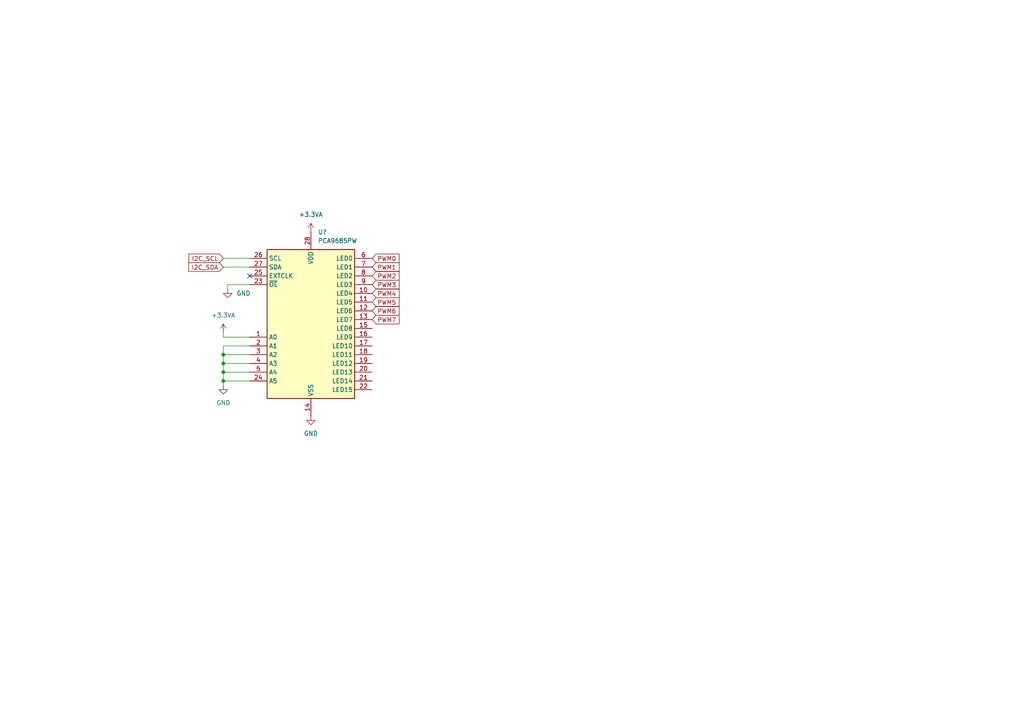
<source format=kicad_sch>
(kicad_sch (version 20211123) (generator eeschema)
  (paper "A4")
  (lib_symbols
    (symbol "Driver_LED:PCA9685PW"
      (property "Reference" "U" (at -12.7 22.225 0))
      (property "Value" "PCA9685PW" (at 1.27 22.225 0))
      (symbol "PCA9685PW_0_1"
        (rectangle (start -12.7 20.32) (end 12.7 -22.86) (stroke (width 0.254)) (fill (type background)))
      )
      (symbol "PCA9685PW_1_1"
        (pin input line (at -17.78 -5.08 0) (length 5.08) (name "A0") (number "1"))
        (pin output line (at 17.78 7.62 180) (length 5.08) (name "LED4") (number "10"))
        (pin output line (at 17.78 5.08 180) (length 5.08) (name "LED5") (number "11"))
        (pin output line (at 17.78 2.54 180) (length 5.08) (name "LED6") (number "12"))
        (pin output line (at 17.78 0 180) (length 5.08) (name "LED7") (number "13"))
        (pin power_in line (at 0 -27.94 90) (length 5.08) (name "VSS") (number "14"))
        (pin output line (at 17.78 -2.54 180) (length 5.08) (name "LED8") (number "15"))
        (pin output line (at 17.78 -5.08 180) (length 5.08) (name "LED9") (number "16"))
        (pin output line (at 17.78 -7.62 180) (length 5.08) (name "LED10") (number "17"))
        (pin output line (at 17.78 -10.16 180) (length 5.08) (name "LED11") (number "18"))
        (pin output line (at 17.78 -12.7 180) (length 5.08) (name "LED12") (number "19"))
        (pin input line (at -17.78 -7.62 0) (length 5.08) (name "A1") (number "2"))
        (pin output line (at 17.78 -15.24 180) (length 5.08) (name "LED13") (number "20"))
        (pin output line (at 17.78 -17.78 180) (length 5.08) (name "LED14") (number "21"))
        (pin output line (at 17.78 -20.32 180) (length 5.08) (name "LED15") (number "22"))
        (pin input line (at -17.78 10.16 0) (length 5.08) (name "~{OE}") (number "23"))
        (pin input line (at -17.78 -17.78 0) (length 5.08) (name "A5") (number "24"))
        (pin input line (at -17.78 12.7 0) (length 5.08) (name "EXTCLK") (number "25"))
        (pin input line (at -17.78 17.78 0) (length 5.08) (name "SCL") (number "26"))
        (pin bidirectional line (at -17.78 15.24 0) (length 5.08) (name "SDA") (number "27"))
        (pin power_in line (at 0 25.4 270) (length 5.08) (name "VDD") (number "28"))
        (pin input line (at -17.78 -10.16 0) (length 5.08) (name "A2") (number "3"))
        (pin input line (at -17.78 -12.7 0) (length 5.08) (name "A3") (number "4"))
        (pin input line (at -17.78 -15.24 0) (length 5.08) (name "A4") (number "5"))
        (pin output line (at 17.78 17.78 180) (length 5.08) (name "LED0") (number "6"))
        (pin output line (at 17.78 15.24 180) (length 5.08) (name "LED1") (number "7"))
        (pin output line (at 17.78 12.7 180) (length 5.08) (name "LED2") (number "8"))
        (pin output line (at 17.78 10.16 180) (length 5.08) (name "LED3") (number "9"))
      )
    )
    (symbol "power:+3.3VA" (power) (pin_names (offset 0))
      (property "Value" "+3.3VA" (at 0 3.556 0))
      (symbol "+3.3VA_0_1"
        (polyline (pts (xy -0.762 1.27) (xy 0 2.54)))
        (polyline (pts (xy 0 0) (xy 0 2.54)))
        (polyline (pts (xy 0 2.54) (xy 0.762 1.27)))
      )
      (symbol "+3.3VA_1_1"
        (pin power_in line (at 0 0 90) (length 0) hide (name "+3.3VA") (number "1"))
      )
    )
    (symbol "power:GND" (power) (pin_names (offset 0))
      (property "Value" "GND" (at 0 -3.81 0))
      (symbol "GND_0_1"
        (polyline (pts (xy 0 0) (xy 0 -1.27) (xy 1.27 -1.27) (xy 0 -2.54) (xy -1.27 -1.27) (xy 0 -1.27)))
      )
      (symbol "GND_1_1"
        (pin power_in line (at 0 0 270) (length 0) hide (name "GND") (number "1"))
      )
    )
  )
  (junction (at 64.77 105.41))
  (junction (at 64.77 102.87))
  (junction (at 64.77 107.95))
  (junction (at 64.77 110.49))
  (no_connect (at 72.39 80.01))
  (wire (pts (xy 64.77 102.87) (xy 72.39 102.87)))
  (wire (pts (xy 64.77 97.79) (xy 64.77 96.52)))
  (wire (pts (xy 72.39 97.79) (xy 64.77 97.79)))
  (wire (pts (xy 64.77 105.41) (xy 64.77 107.95)))
  (wire (pts (xy 64.77 110.49) (xy 64.77 111.76)))
  (wire (pts (xy 64.77 107.95) (xy 72.39 107.95)))
  (wire (pts (xy 64.77 110.49) (xy 72.39 110.49)))
  (wire (pts (xy 72.39 100.33) (xy 64.77 100.33)))
  (wire (pts (xy 72.39 82.55) (xy 66.04 82.55)))
  (wire (pts (xy 64.77 77.47) (xy 72.39 77.47)))
  (wire (pts (xy 64.77 74.93) (xy 72.39 74.93)))
  (wire (pts (xy 66.04 82.55) (xy 66.04 83.82)))
  (wire (pts (xy 64.77 105.41) (xy 72.39 105.41)))
  (wire (pts (xy 64.77 100.33) (xy 64.77 102.87)))
  (wire (pts (xy 64.77 107.95) (xy 64.77 110.49)))
  (wire (pts (xy 64.77 102.87) (xy 64.77 105.41)))
  (global_label "PWM6" (shape input) (at 107.95 90.17 0) (property "Intersheet References" "${INTERSHEET_REFS}" (effects hide)))
  (global_label "PWM0" (shape input) (at 107.95 74.93 0) (property "Intersheet References" "${INTERSHEET_REFS}" (effects hide)))
  (global_label "I2C_SCL" (shape input) (at 64.77 74.93 180) (property "Intersheet References" "${INTERSHEET_REFS}" (effects hide)))
  (global_label "PWM3" (shape input) (at 107.95 82.55 0) (property "Intersheet References" "${INTERSHEET_REFS}" (effects hide)))
  (global_label "I2C_SDA" (shape input) (at 64.77 77.47 180) (property "Intersheet References" "${INTERSHEET_REFS}" (effects hide)))
  (global_label "PWM5" (shape input) (at 107.95 87.63 0) (property "Intersheet References" "${INTERSHEET_REFS}" (effects hide)))
  (global_label "PWM4" (shape input) (at 107.95 85.09 0) (property "Intersheet References" "${INTERSHEET_REFS}" (effects hide)))
  (global_label "PWM7" (shape input) (at 107.95 92.71 0) (property "Intersheet References" "${INTERSHEET_REFS}" (effects hide)))
  (global_label "PWM1" (shape input) (at 107.95 77.47 0) (property "Intersheet References" "${INTERSHEET_REFS}" (effects hide)))
  (global_label "PWM2" (shape input) (at 107.95 80.01 0) (property "Intersheet References" "${INTERSHEET_REFS}" (effects hide)))
  (symbol (lib_id "power:GND") (at 90.17 120.65 0) (unit 1)
    (property "Reference" "#PWR?" (effects hide))
    (property "Value" "GND" (at 90.17 125.73 0))
  )
  (symbol (lib_id "Driver_LED:PCA9685PW") (at 90.17 92.71 0) (unit 1)
    (property "Reference" "U?" (at 92.1894 67.31 0) (effects (justify left)))
    (property "Value" "PCA9685PW" (at 92.1894 69.85 0) (effects (justify left)))
    (property "Footprint" "Package_SO:TSSOP-28_4.4x9.7mm_P0.65mm" (effects hide))
    (property "Datasheet" "http://www.nxp.com/documents/data_sheet/PCA9685.pdf" (effects hide))
  )
  (symbol (lib_id "power:+3.3VA") (at 64.77 96.52 0) (unit 1)
    (property "Reference" "#PWR?" (effects hide))
    (property "Value" "+3.3VA" (at 64.77 91.44 0))
  )
  (symbol (lib_id "power:GND") (at 64.77 111.76 0) (unit 1)
    (property "Reference" "#PWR?" (effects hide))
    (property "Value" "GND" (at 64.77 116.84 0))
  )
  (symbol (lib_id "power:GND") (at 66.04 83.82 0) (unit 1)
    (property "Reference" "#PWR?" (effects hide))
    (property "Value" "GND" (at 68.58 85.0899 0) (effects (justify left)))
  )
  (symbol (lib_id "power:+3.3VA") (at 90.17 67.31 0) (unit 1)
    (property "Reference" "#PWR?" (effects hide))
    (property "Value" "+3.3VA" (at 90.17 62.23 0))
  )
)
</source>
